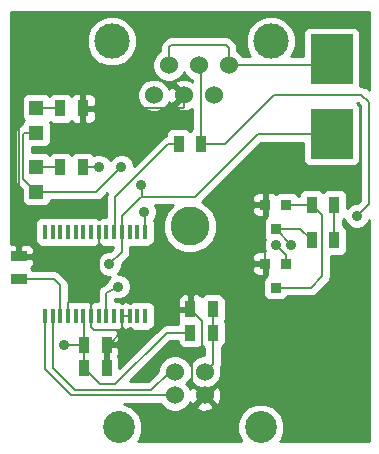
<source format=gtl>
G04 (created by PCBNEW-RS274X (2012-jan-04)-stable) date Sun 06 Jan 2013 10:44:23 PM EET*
G01*
G70*
G90*
%MOIN*%
G04 Gerber Fmt 3.4, Leading zero omitted, Abs format*
%FSLAX34Y34*%
G04 APERTURE LIST*
%ADD10C,0.006000*%
%ADD11C,0.060000*%
%ADD12C,0.106300*%
%ADD13C,0.129900*%
%ADD14R,0.016000X0.050000*%
%ADD15R,0.036000X0.036000*%
%ADD16R,0.035000X0.055000*%
%ADD17R,0.055000X0.035000*%
%ADD18C,0.118100*%
%ADD19R,0.047200X0.047200*%
%ADD20R,0.140000X0.165000*%
%ADD21C,0.035000*%
%ADD22C,0.008000*%
%ADD23C,0.010000*%
G04 APERTURE END LIST*
G54D10*
G54D11*
X06799Y-12324D03*
X05799Y-12324D03*
X05799Y-13111D03*
X06799Y-13111D03*
G54D12*
X08661Y-14174D03*
X03937Y-14174D03*
G54D13*
X06299Y-07481D03*
G54D14*
X04800Y-07655D03*
X04550Y-07655D03*
X04290Y-07655D03*
X04030Y-07655D03*
X03780Y-07655D03*
X03520Y-07655D03*
X03260Y-07655D03*
X03010Y-07655D03*
X02750Y-07655D03*
X02500Y-07655D03*
X02240Y-07655D03*
X01980Y-07655D03*
X01730Y-07655D03*
X01470Y-07655D03*
X01470Y-10455D03*
X01730Y-10455D03*
X01970Y-10455D03*
X02240Y-10455D03*
X02500Y-10455D03*
X02750Y-10455D03*
X03010Y-10455D03*
X03260Y-10455D03*
X03520Y-10455D03*
X03780Y-10455D03*
X04030Y-10455D03*
X04290Y-10455D03*
X04550Y-10455D03*
X04800Y-10455D03*
G54D15*
X08811Y-06750D03*
X09511Y-06750D03*
X09161Y-07550D03*
X08811Y-08718D03*
X09511Y-08718D03*
X09161Y-09518D03*
G54D16*
X02775Y-11418D03*
X03525Y-11418D03*
X06675Y-04725D03*
X05925Y-04725D03*
X11111Y-07937D03*
X10361Y-07937D03*
X01987Y-03544D03*
X02737Y-03544D03*
X11111Y-06756D03*
X10361Y-06756D03*
X01987Y-05512D03*
X02737Y-05512D03*
X07068Y-11024D03*
X06318Y-11024D03*
G54D17*
X00591Y-09233D03*
X00591Y-08483D03*
G54D16*
X06318Y-10237D03*
X07068Y-10237D03*
X02775Y-12205D03*
X03525Y-12205D03*
G54D11*
X06099Y-03106D03*
X07099Y-03106D03*
X05099Y-03106D03*
X07599Y-02106D03*
X06599Y-02106D03*
X05599Y-02106D03*
G54D18*
X03699Y-01306D03*
X08999Y-01306D03*
G54D19*
X01181Y-04350D03*
X01181Y-03524D03*
X01181Y-06319D03*
X01181Y-05493D03*
G54D20*
X11024Y-04400D03*
X11024Y-01900D03*
G54D21*
X03270Y-05488D03*
X03920Y-09488D03*
X04770Y-06988D03*
X09170Y-08088D03*
X09670Y-08088D03*
X11870Y-07138D03*
X04670Y-06088D03*
X04020Y-05488D03*
X02120Y-11438D03*
X03620Y-08738D03*
G54D22*
X03010Y-10455D02*
X03010Y-10828D01*
X02065Y-08483D02*
X02370Y-08788D01*
X03260Y-09598D02*
X03020Y-09838D01*
X03020Y-09888D02*
X02370Y-09888D01*
X02370Y-09888D02*
X02240Y-10018D01*
X02240Y-10018D02*
X02240Y-10455D01*
X03020Y-09888D02*
X03010Y-09898D01*
X04030Y-10978D02*
X04030Y-10455D01*
X03525Y-11418D02*
X03590Y-11418D01*
X03590Y-11418D02*
X04030Y-10978D01*
X03525Y-11418D02*
X03525Y-12205D01*
X08811Y-08718D02*
X06740Y-08718D01*
X06020Y-03544D02*
X02737Y-03544D01*
X05721Y-10237D02*
X04540Y-11418D01*
X06318Y-10237D02*
X05721Y-10237D01*
X04540Y-11418D02*
X03525Y-11418D01*
X03010Y-10828D02*
X03120Y-10938D01*
X02370Y-08788D02*
X02370Y-09888D01*
X03120Y-10938D02*
X04030Y-10938D01*
X04030Y-10938D02*
X04030Y-10455D01*
X06720Y-10639D02*
X06318Y-10237D01*
X06020Y-03544D02*
X06064Y-03544D01*
X06318Y-09140D02*
X06318Y-10237D01*
X06740Y-08718D02*
X06318Y-09140D01*
X00720Y-02788D02*
X02620Y-02788D01*
X00591Y-02917D02*
X00720Y-02788D01*
X00591Y-08483D02*
X00591Y-02917D01*
X02737Y-02905D02*
X02737Y-03544D01*
X02620Y-02788D02*
X02737Y-02905D01*
X03010Y-09898D02*
X03010Y-10455D01*
X06099Y-03509D02*
X06099Y-03106D01*
X06064Y-03544D02*
X06099Y-03509D01*
X08811Y-08718D02*
X08811Y-06750D01*
X03260Y-07655D02*
X03260Y-09598D01*
X06034Y-03544D02*
X06020Y-03544D01*
X04030Y-10455D02*
X04290Y-10455D01*
X06743Y-13111D02*
X06370Y-12738D01*
X06370Y-12738D02*
X06370Y-11838D01*
X00591Y-08483D02*
X02065Y-08483D01*
X06370Y-11838D02*
X06720Y-11488D01*
X06799Y-13111D02*
X06743Y-13111D01*
X06720Y-11488D02*
X06720Y-10639D01*
X07068Y-11024D02*
X07068Y-10237D01*
X07068Y-11024D02*
X07068Y-12055D01*
X07068Y-12055D02*
X06799Y-12324D01*
X01970Y-09438D02*
X01970Y-10455D01*
X00591Y-09233D02*
X01765Y-09233D01*
X01765Y-09233D02*
X01970Y-09438D01*
X03920Y-09488D02*
X03520Y-09688D01*
X03520Y-09688D02*
X03520Y-10455D01*
X03246Y-05512D02*
X03270Y-05488D01*
X02737Y-05512D02*
X03246Y-05512D01*
X03797Y-06511D02*
X03797Y-07655D01*
X03797Y-07655D02*
X03780Y-07655D01*
X05583Y-04725D02*
X03797Y-06511D01*
X05925Y-04725D02*
X05583Y-04725D01*
X04800Y-07018D02*
X04770Y-06988D01*
X09170Y-08088D02*
X09511Y-08429D01*
X09511Y-08429D02*
X09511Y-08718D01*
X04800Y-07655D02*
X04800Y-07018D01*
X05799Y-13111D02*
X02343Y-13111D01*
X01470Y-12238D02*
X01470Y-10455D01*
X02343Y-13111D02*
X01470Y-12238D01*
X01730Y-12198D02*
X01730Y-10455D01*
X05799Y-12324D02*
X05646Y-12324D01*
X02482Y-12938D02*
X01730Y-12198D01*
X05020Y-12938D02*
X02482Y-12938D01*
X05646Y-12324D02*
X05020Y-12938D01*
X07599Y-02106D02*
X10818Y-02106D01*
X05670Y-01438D02*
X07499Y-01438D01*
X05599Y-01509D02*
X05670Y-01438D01*
X07499Y-01438D02*
X07599Y-01538D01*
X10818Y-02106D02*
X11024Y-01900D01*
X07599Y-01538D02*
X07599Y-02106D01*
X05599Y-02106D02*
X05599Y-01509D01*
X10340Y-09518D02*
X10720Y-09138D01*
X10361Y-06756D02*
X09517Y-06756D01*
X10720Y-09138D02*
X10720Y-07115D01*
X10720Y-07115D02*
X10361Y-06756D01*
X09517Y-06756D02*
X09511Y-06750D01*
X09161Y-09518D02*
X10340Y-09518D01*
X11111Y-06756D02*
X11111Y-07937D01*
X01200Y-05512D02*
X01181Y-05493D01*
X01987Y-05512D02*
X01200Y-05512D01*
X09161Y-07579D02*
X09161Y-07550D01*
X09670Y-08088D02*
X09161Y-07579D01*
X09974Y-07550D02*
X10361Y-07937D01*
X12020Y-03088D02*
X12270Y-03338D01*
X12270Y-03338D02*
X12270Y-06738D01*
X07483Y-04725D02*
X09120Y-03088D01*
X09120Y-03088D02*
X12020Y-03088D01*
X06675Y-04725D02*
X07483Y-04725D01*
X06675Y-04725D02*
X06675Y-02182D01*
X12270Y-06738D02*
X11870Y-07138D01*
X09161Y-07550D02*
X09974Y-07550D01*
X06675Y-02182D02*
X06599Y-02106D01*
X01987Y-03544D02*
X01201Y-03544D01*
X01201Y-03544D02*
X01181Y-03524D01*
X04030Y-07655D02*
X04030Y-08328D01*
X04720Y-06138D02*
X04720Y-06488D01*
X04670Y-06088D02*
X04720Y-06138D01*
X02120Y-11438D02*
X02140Y-11418D01*
X01181Y-06319D02*
X03189Y-06319D01*
X04030Y-08328D02*
X03620Y-08738D01*
X04030Y-07128D02*
X04670Y-06488D01*
X02140Y-11418D02*
X02775Y-11418D01*
X04030Y-07655D02*
X04030Y-07128D01*
X04670Y-06488D02*
X04030Y-07128D01*
X06318Y-11024D02*
X05534Y-11024D01*
X00808Y-04350D02*
X00752Y-04406D01*
X08558Y-04400D02*
X06470Y-06488D01*
X03308Y-12738D02*
X02775Y-12205D01*
X06470Y-06488D02*
X04720Y-06488D01*
X02775Y-11418D02*
X02775Y-12205D01*
X00752Y-05890D02*
X01181Y-06319D01*
X02775Y-10480D02*
X02750Y-10455D01*
X02775Y-11418D02*
X02775Y-10480D01*
X03189Y-06319D02*
X04020Y-05488D01*
X03820Y-12738D02*
X03308Y-12738D01*
X11024Y-04400D02*
X08558Y-04400D01*
X05534Y-11024D02*
X03820Y-12738D01*
X00752Y-04406D02*
X00752Y-05890D01*
X04720Y-06488D02*
X04670Y-06488D01*
X01181Y-04350D02*
X00808Y-04350D01*
G54D10*
G36*
X06778Y-11775D02*
X06690Y-11775D01*
X06488Y-11859D01*
X06334Y-12013D01*
X06299Y-12097D01*
X06264Y-12013D01*
X06110Y-11859D01*
X05908Y-11775D01*
X05690Y-11775D01*
X05488Y-11859D01*
X05334Y-12013D01*
X05250Y-12215D01*
X05250Y-12306D01*
X04901Y-12648D01*
X04320Y-12648D01*
X05654Y-11314D01*
X05894Y-11314D01*
X05894Y-11348D01*
X05932Y-11440D01*
X06002Y-11510D01*
X06093Y-11548D01*
X06192Y-11548D01*
X06542Y-11548D01*
X06634Y-11510D01*
X06693Y-11451D01*
X06752Y-11510D01*
X06778Y-11520D01*
X06778Y-11775D01*
X06778Y-11775D01*
G37*
G54D23*
X06778Y-11775D02*
X06690Y-11775D01*
X06488Y-11859D01*
X06334Y-12013D01*
X06299Y-12097D01*
X06264Y-12013D01*
X06110Y-11859D01*
X05908Y-11775D01*
X05690Y-11775D01*
X05488Y-11859D01*
X05334Y-12013D01*
X05250Y-12215D01*
X05250Y-12306D01*
X04901Y-12648D01*
X04320Y-12648D01*
X05654Y-11314D01*
X05894Y-11314D01*
X05894Y-11348D01*
X05932Y-11440D01*
X06002Y-11510D01*
X06093Y-11548D01*
X06192Y-11548D01*
X06542Y-11548D01*
X06634Y-11510D01*
X06693Y-11451D01*
X06752Y-11510D01*
X06778Y-11520D01*
X06778Y-11775D01*
G54D10*
G36*
X12272Y-02930D02*
X12225Y-02883D01*
X12131Y-02820D01*
X12020Y-02798D01*
X11963Y-02798D01*
X11973Y-02775D01*
X11973Y-02676D01*
X11973Y-01026D01*
X11935Y-00934D01*
X11865Y-00864D01*
X11774Y-00826D01*
X11675Y-00826D01*
X10275Y-00826D01*
X10183Y-00864D01*
X10113Y-00934D01*
X10075Y-01025D01*
X10075Y-01124D01*
X10075Y-01816D01*
X09677Y-01816D01*
X09710Y-01783D01*
X09839Y-01474D01*
X09839Y-01140D01*
X09712Y-00831D01*
X09476Y-00595D01*
X09167Y-00466D01*
X08833Y-00466D01*
X08524Y-00593D01*
X08288Y-00829D01*
X08159Y-01138D01*
X08159Y-01472D01*
X08286Y-01781D01*
X08321Y-01816D01*
X08072Y-01816D01*
X08064Y-01795D01*
X07910Y-01641D01*
X07889Y-01632D01*
X07889Y-01538D01*
X07867Y-01427D01*
X07804Y-01333D01*
X07704Y-01233D01*
X07610Y-01170D01*
X07499Y-01148D01*
X05670Y-01148D01*
X05559Y-01170D01*
X05465Y-01233D01*
X05394Y-01304D01*
X05331Y-01398D01*
X05309Y-01509D01*
X05309Y-01632D01*
X05288Y-01641D01*
X05134Y-01795D01*
X05050Y-01997D01*
X05050Y-02215D01*
X05134Y-02417D01*
X05288Y-02571D01*
X05490Y-02655D01*
X05708Y-02655D01*
X05910Y-02571D01*
X06064Y-02417D01*
X06099Y-02332D01*
X06134Y-02417D01*
X06288Y-02571D01*
X06385Y-02611D01*
X06385Y-02651D01*
X06380Y-02634D01*
X06178Y-02563D01*
X05965Y-02574D01*
X05818Y-02634D01*
X05791Y-02728D01*
X06064Y-03000D01*
X06099Y-03035D01*
X06170Y-03106D01*
X06099Y-03177D01*
X06028Y-03247D01*
X06028Y-03106D01*
X05721Y-02798D01*
X05627Y-02825D01*
X05603Y-02890D01*
X05564Y-02795D01*
X05410Y-02641D01*
X05208Y-02557D01*
X04990Y-02557D01*
X04788Y-02641D01*
X04634Y-02795D01*
X04550Y-02997D01*
X04550Y-03215D01*
X04634Y-03417D01*
X04788Y-03571D01*
X04990Y-03655D01*
X05208Y-03655D01*
X05410Y-03571D01*
X05564Y-03417D01*
X05601Y-03325D01*
X05627Y-03387D01*
X05721Y-03414D01*
X06028Y-03106D01*
X06028Y-03247D01*
X05791Y-03484D01*
X05818Y-03578D01*
X06020Y-03649D01*
X06233Y-03638D01*
X06380Y-03578D01*
X06385Y-03560D01*
X06385Y-04228D01*
X06359Y-04239D01*
X06300Y-04298D01*
X06241Y-04239D01*
X06150Y-04201D01*
X06051Y-04201D01*
X05701Y-04201D01*
X05609Y-04239D01*
X05539Y-04309D01*
X05501Y-04400D01*
X05501Y-04451D01*
X05472Y-04457D01*
X05440Y-04478D01*
X05377Y-04520D01*
X04539Y-05358D01*
X04539Y-01474D01*
X04539Y-01140D01*
X04412Y-00831D01*
X04176Y-00595D01*
X03867Y-00466D01*
X03533Y-00466D01*
X03224Y-00593D01*
X02988Y-00829D01*
X02859Y-01138D01*
X02859Y-01472D01*
X02986Y-01781D01*
X03222Y-02017D01*
X03531Y-02146D01*
X03865Y-02146D01*
X04174Y-02019D01*
X04410Y-01783D01*
X04539Y-01474D01*
X04539Y-05358D01*
X04445Y-05452D01*
X04445Y-05404D01*
X04381Y-05248D01*
X04261Y-05128D01*
X04105Y-05063D01*
X03936Y-05063D01*
X03780Y-05127D01*
X03660Y-05247D01*
X03645Y-05282D01*
X03631Y-05248D01*
X03511Y-05128D01*
X03355Y-05063D01*
X03186Y-05063D01*
X03162Y-05072D01*
X03162Y-03656D01*
X03162Y-03432D01*
X03161Y-03318D01*
X03161Y-03219D01*
X03123Y-03128D01*
X03053Y-03058D01*
X02961Y-03020D01*
X02849Y-03019D01*
X02787Y-03081D01*
X02787Y-03494D01*
X03100Y-03494D01*
X03162Y-03432D01*
X03162Y-03656D01*
X03100Y-03594D01*
X02787Y-03594D01*
X02787Y-04007D01*
X02849Y-04069D01*
X02961Y-04068D01*
X03053Y-04030D01*
X03123Y-03960D01*
X03161Y-03869D01*
X03161Y-03770D01*
X03162Y-03656D01*
X03162Y-05072D01*
X03117Y-05090D01*
X03053Y-05026D01*
X02962Y-04988D01*
X02863Y-04988D01*
X02513Y-04988D01*
X02421Y-05026D01*
X02362Y-05085D01*
X02303Y-05026D01*
X02212Y-04988D01*
X02113Y-04988D01*
X01763Y-04988D01*
X01671Y-05026D01*
X01604Y-05092D01*
X01558Y-05046D01*
X01467Y-05008D01*
X01368Y-05008D01*
X01042Y-05008D01*
X01042Y-04835D01*
X01466Y-04835D01*
X01558Y-04797D01*
X01628Y-04727D01*
X01666Y-04636D01*
X01666Y-04537D01*
X01666Y-04065D01*
X01637Y-03996D01*
X01671Y-04030D01*
X01762Y-04068D01*
X01861Y-04068D01*
X02211Y-04068D01*
X02303Y-04030D01*
X02362Y-03971D01*
X02421Y-04030D01*
X02513Y-04068D01*
X02625Y-04069D01*
X02687Y-04007D01*
X02687Y-03644D01*
X02687Y-03594D01*
X02687Y-03494D01*
X02687Y-03444D01*
X02687Y-03081D01*
X02625Y-03019D01*
X02513Y-03020D01*
X02421Y-03058D01*
X02362Y-03117D01*
X02303Y-03058D01*
X02212Y-03020D01*
X02113Y-03020D01*
X01763Y-03020D01*
X01671Y-03058D01*
X01605Y-03124D01*
X01558Y-03077D01*
X01467Y-03039D01*
X01368Y-03039D01*
X00896Y-03039D01*
X00804Y-03077D01*
X00734Y-03147D01*
X00696Y-03238D01*
X00696Y-03337D01*
X00696Y-03809D01*
X00734Y-03901D01*
X00770Y-03937D01*
X00734Y-03973D01*
X00696Y-04064D01*
X00696Y-04082D01*
X00603Y-04145D01*
X00547Y-04201D01*
X00484Y-04295D01*
X00462Y-04406D01*
X00462Y-05890D01*
X00484Y-06001D01*
X00547Y-06095D01*
X00696Y-06244D01*
X00696Y-06604D01*
X00734Y-06696D01*
X00804Y-06766D01*
X00895Y-06804D01*
X00994Y-06804D01*
X01466Y-06804D01*
X01558Y-06766D01*
X01628Y-06696D01*
X01664Y-06609D01*
X03189Y-06609D01*
X03300Y-06587D01*
X03394Y-06524D01*
X03551Y-06366D01*
X03529Y-06400D01*
X03507Y-06511D01*
X03507Y-07156D01*
X03391Y-07156D01*
X03390Y-07156D01*
X03389Y-07156D01*
X03362Y-07155D01*
X03339Y-07177D01*
X03299Y-07194D01*
X03265Y-07228D01*
X03231Y-07194D01*
X03172Y-07169D01*
X03158Y-07155D01*
X03131Y-07156D01*
X03041Y-07156D01*
X02881Y-07156D01*
X02880Y-07156D01*
X02781Y-07156D01*
X02630Y-07156D01*
X02621Y-07156D01*
X02531Y-07156D01*
X02371Y-07156D01*
X02370Y-07156D01*
X02271Y-07156D01*
X02111Y-07156D01*
X02110Y-07156D01*
X02011Y-07156D01*
X01860Y-07156D01*
X01851Y-07156D01*
X01761Y-07156D01*
X01601Y-07156D01*
X01600Y-07156D01*
X01501Y-07156D01*
X01341Y-07156D01*
X01249Y-07194D01*
X01179Y-07264D01*
X01141Y-07355D01*
X01141Y-07454D01*
X01141Y-07954D01*
X01179Y-08046D01*
X01249Y-08116D01*
X01340Y-08154D01*
X01439Y-08154D01*
X01599Y-08154D01*
X01599Y-08153D01*
X01600Y-08154D01*
X01699Y-08154D01*
X01850Y-08154D01*
X01859Y-08154D01*
X01949Y-08154D01*
X02109Y-08154D01*
X02109Y-08153D01*
X02110Y-08154D01*
X02209Y-08154D01*
X02369Y-08154D01*
X02369Y-08153D01*
X02370Y-08154D01*
X02469Y-08154D01*
X02620Y-08154D01*
X02629Y-08154D01*
X02719Y-08154D01*
X02879Y-08154D01*
X02879Y-08153D01*
X02880Y-08154D01*
X02979Y-08154D01*
X03131Y-08154D01*
X03139Y-08154D01*
X03158Y-08155D01*
X03173Y-08139D01*
X03231Y-08116D01*
X03265Y-08082D01*
X03299Y-08116D01*
X03340Y-08133D01*
X03362Y-08155D01*
X03389Y-08154D01*
X03389Y-08153D01*
X03390Y-08154D01*
X03489Y-08154D01*
X03649Y-08154D01*
X03649Y-08153D01*
X03650Y-08154D01*
X03740Y-08154D01*
X03740Y-08208D01*
X03635Y-08313D01*
X03536Y-08313D01*
X03380Y-08377D01*
X03260Y-08497D01*
X03195Y-08653D01*
X03195Y-08822D01*
X03259Y-08978D01*
X03379Y-09098D01*
X03535Y-09163D01*
X03644Y-09163D01*
X03560Y-09247D01*
X03508Y-09369D01*
X03390Y-09429D01*
X03354Y-09456D01*
X03315Y-09483D01*
X03309Y-09491D01*
X03301Y-09498D01*
X03278Y-09537D01*
X03252Y-09577D01*
X03249Y-09587D01*
X03245Y-09596D01*
X03239Y-09639D01*
X03230Y-09688D01*
X03230Y-09956D01*
X03139Y-09956D01*
X03112Y-09955D01*
X03096Y-09970D01*
X03039Y-09994D01*
X03005Y-10028D01*
X02971Y-09994D01*
X02929Y-09976D01*
X02908Y-09955D01*
X02881Y-09956D01*
X02880Y-09956D01*
X02781Y-09956D01*
X02630Y-09956D01*
X02621Y-09956D01*
X02531Y-09956D01*
X02371Y-09956D01*
X02370Y-09956D01*
X02369Y-09956D01*
X02342Y-09955D01*
X02340Y-09955D01*
X02260Y-09955D01*
X02260Y-09438D01*
X02259Y-09437D01*
X02238Y-09327D01*
X02237Y-09326D01*
X02175Y-09233D01*
X02174Y-09232D01*
X01970Y-09028D01*
X01876Y-08965D01*
X01765Y-08943D01*
X01087Y-08943D01*
X01077Y-08917D01*
X01018Y-08858D01*
X01077Y-08799D01*
X01115Y-08707D01*
X01116Y-08595D01*
X01116Y-08371D01*
X01115Y-08259D01*
X01077Y-08167D01*
X01007Y-08097D01*
X00916Y-08059D01*
X00817Y-08059D01*
X00703Y-08058D01*
X00641Y-08120D01*
X00641Y-08433D01*
X01054Y-08433D01*
X01116Y-08371D01*
X01116Y-08595D01*
X01054Y-08533D01*
X00691Y-08533D01*
X00641Y-08533D01*
X00541Y-08533D01*
X00541Y-08433D01*
X00541Y-08383D01*
X00541Y-08120D01*
X00479Y-08058D01*
X00365Y-08059D01*
X00324Y-08059D01*
X00324Y-00324D01*
X12272Y-00324D01*
X12272Y-02930D01*
X12272Y-02930D01*
G37*
G54D23*
X12272Y-02930D02*
X12225Y-02883D01*
X12131Y-02820D01*
X12020Y-02798D01*
X11963Y-02798D01*
X11973Y-02775D01*
X11973Y-02676D01*
X11973Y-01026D01*
X11935Y-00934D01*
X11865Y-00864D01*
X11774Y-00826D01*
X11675Y-00826D01*
X10275Y-00826D01*
X10183Y-00864D01*
X10113Y-00934D01*
X10075Y-01025D01*
X10075Y-01124D01*
X10075Y-01816D01*
X09677Y-01816D01*
X09710Y-01783D01*
X09839Y-01474D01*
X09839Y-01140D01*
X09712Y-00831D01*
X09476Y-00595D01*
X09167Y-00466D01*
X08833Y-00466D01*
X08524Y-00593D01*
X08288Y-00829D01*
X08159Y-01138D01*
X08159Y-01472D01*
X08286Y-01781D01*
X08321Y-01816D01*
X08072Y-01816D01*
X08064Y-01795D01*
X07910Y-01641D01*
X07889Y-01632D01*
X07889Y-01538D01*
X07867Y-01427D01*
X07804Y-01333D01*
X07704Y-01233D01*
X07610Y-01170D01*
X07499Y-01148D01*
X05670Y-01148D01*
X05559Y-01170D01*
X05465Y-01233D01*
X05394Y-01304D01*
X05331Y-01398D01*
X05309Y-01509D01*
X05309Y-01632D01*
X05288Y-01641D01*
X05134Y-01795D01*
X05050Y-01997D01*
X05050Y-02215D01*
X05134Y-02417D01*
X05288Y-02571D01*
X05490Y-02655D01*
X05708Y-02655D01*
X05910Y-02571D01*
X06064Y-02417D01*
X06099Y-02332D01*
X06134Y-02417D01*
X06288Y-02571D01*
X06385Y-02611D01*
X06385Y-02651D01*
X06380Y-02634D01*
X06178Y-02563D01*
X05965Y-02574D01*
X05818Y-02634D01*
X05791Y-02728D01*
X06064Y-03000D01*
X06099Y-03035D01*
X06170Y-03106D01*
X06099Y-03177D01*
X06028Y-03247D01*
X06028Y-03106D01*
X05721Y-02798D01*
X05627Y-02825D01*
X05603Y-02890D01*
X05564Y-02795D01*
X05410Y-02641D01*
X05208Y-02557D01*
X04990Y-02557D01*
X04788Y-02641D01*
X04634Y-02795D01*
X04550Y-02997D01*
X04550Y-03215D01*
X04634Y-03417D01*
X04788Y-03571D01*
X04990Y-03655D01*
X05208Y-03655D01*
X05410Y-03571D01*
X05564Y-03417D01*
X05601Y-03325D01*
X05627Y-03387D01*
X05721Y-03414D01*
X06028Y-03106D01*
X06028Y-03247D01*
X05791Y-03484D01*
X05818Y-03578D01*
X06020Y-03649D01*
X06233Y-03638D01*
X06380Y-03578D01*
X06385Y-03560D01*
X06385Y-04228D01*
X06359Y-04239D01*
X06300Y-04298D01*
X06241Y-04239D01*
X06150Y-04201D01*
X06051Y-04201D01*
X05701Y-04201D01*
X05609Y-04239D01*
X05539Y-04309D01*
X05501Y-04400D01*
X05501Y-04451D01*
X05472Y-04457D01*
X05440Y-04478D01*
X05377Y-04520D01*
X04539Y-05358D01*
X04539Y-01474D01*
X04539Y-01140D01*
X04412Y-00831D01*
X04176Y-00595D01*
X03867Y-00466D01*
X03533Y-00466D01*
X03224Y-00593D01*
X02988Y-00829D01*
X02859Y-01138D01*
X02859Y-01472D01*
X02986Y-01781D01*
X03222Y-02017D01*
X03531Y-02146D01*
X03865Y-02146D01*
X04174Y-02019D01*
X04410Y-01783D01*
X04539Y-01474D01*
X04539Y-05358D01*
X04445Y-05452D01*
X04445Y-05404D01*
X04381Y-05248D01*
X04261Y-05128D01*
X04105Y-05063D01*
X03936Y-05063D01*
X03780Y-05127D01*
X03660Y-05247D01*
X03645Y-05282D01*
X03631Y-05248D01*
X03511Y-05128D01*
X03355Y-05063D01*
X03186Y-05063D01*
X03162Y-05072D01*
X03162Y-03656D01*
X03162Y-03432D01*
X03161Y-03318D01*
X03161Y-03219D01*
X03123Y-03128D01*
X03053Y-03058D01*
X02961Y-03020D01*
X02849Y-03019D01*
X02787Y-03081D01*
X02787Y-03494D01*
X03100Y-03494D01*
X03162Y-03432D01*
X03162Y-03656D01*
X03100Y-03594D01*
X02787Y-03594D01*
X02787Y-04007D01*
X02849Y-04069D01*
X02961Y-04068D01*
X03053Y-04030D01*
X03123Y-03960D01*
X03161Y-03869D01*
X03161Y-03770D01*
X03162Y-03656D01*
X03162Y-05072D01*
X03117Y-05090D01*
X03053Y-05026D01*
X02962Y-04988D01*
X02863Y-04988D01*
X02513Y-04988D01*
X02421Y-05026D01*
X02362Y-05085D01*
X02303Y-05026D01*
X02212Y-04988D01*
X02113Y-04988D01*
X01763Y-04988D01*
X01671Y-05026D01*
X01604Y-05092D01*
X01558Y-05046D01*
X01467Y-05008D01*
X01368Y-05008D01*
X01042Y-05008D01*
X01042Y-04835D01*
X01466Y-04835D01*
X01558Y-04797D01*
X01628Y-04727D01*
X01666Y-04636D01*
X01666Y-04537D01*
X01666Y-04065D01*
X01637Y-03996D01*
X01671Y-04030D01*
X01762Y-04068D01*
X01861Y-04068D01*
X02211Y-04068D01*
X02303Y-04030D01*
X02362Y-03971D01*
X02421Y-04030D01*
X02513Y-04068D01*
X02625Y-04069D01*
X02687Y-04007D01*
X02687Y-03644D01*
X02687Y-03594D01*
X02687Y-03494D01*
X02687Y-03444D01*
X02687Y-03081D01*
X02625Y-03019D01*
X02513Y-03020D01*
X02421Y-03058D01*
X02362Y-03117D01*
X02303Y-03058D01*
X02212Y-03020D01*
X02113Y-03020D01*
X01763Y-03020D01*
X01671Y-03058D01*
X01605Y-03124D01*
X01558Y-03077D01*
X01467Y-03039D01*
X01368Y-03039D01*
X00896Y-03039D01*
X00804Y-03077D01*
X00734Y-03147D01*
X00696Y-03238D01*
X00696Y-03337D01*
X00696Y-03809D01*
X00734Y-03901D01*
X00770Y-03937D01*
X00734Y-03973D01*
X00696Y-04064D01*
X00696Y-04082D01*
X00603Y-04145D01*
X00547Y-04201D01*
X00484Y-04295D01*
X00462Y-04406D01*
X00462Y-05890D01*
X00484Y-06001D01*
X00547Y-06095D01*
X00696Y-06244D01*
X00696Y-06604D01*
X00734Y-06696D01*
X00804Y-06766D01*
X00895Y-06804D01*
X00994Y-06804D01*
X01466Y-06804D01*
X01558Y-06766D01*
X01628Y-06696D01*
X01664Y-06609D01*
X03189Y-06609D01*
X03300Y-06587D01*
X03394Y-06524D01*
X03551Y-06366D01*
X03529Y-06400D01*
X03507Y-06511D01*
X03507Y-07156D01*
X03391Y-07156D01*
X03390Y-07156D01*
X03389Y-07156D01*
X03362Y-07155D01*
X03339Y-07177D01*
X03299Y-07194D01*
X03265Y-07228D01*
X03231Y-07194D01*
X03172Y-07169D01*
X03158Y-07155D01*
X03131Y-07156D01*
X03041Y-07156D01*
X02881Y-07156D01*
X02880Y-07156D01*
X02781Y-07156D01*
X02630Y-07156D01*
X02621Y-07156D01*
X02531Y-07156D01*
X02371Y-07156D01*
X02370Y-07156D01*
X02271Y-07156D01*
X02111Y-07156D01*
X02110Y-07156D01*
X02011Y-07156D01*
X01860Y-07156D01*
X01851Y-07156D01*
X01761Y-07156D01*
X01601Y-07156D01*
X01600Y-07156D01*
X01501Y-07156D01*
X01341Y-07156D01*
X01249Y-07194D01*
X01179Y-07264D01*
X01141Y-07355D01*
X01141Y-07454D01*
X01141Y-07954D01*
X01179Y-08046D01*
X01249Y-08116D01*
X01340Y-08154D01*
X01439Y-08154D01*
X01599Y-08154D01*
X01599Y-08153D01*
X01600Y-08154D01*
X01699Y-08154D01*
X01850Y-08154D01*
X01859Y-08154D01*
X01949Y-08154D01*
X02109Y-08154D01*
X02109Y-08153D01*
X02110Y-08154D01*
X02209Y-08154D01*
X02369Y-08154D01*
X02369Y-08153D01*
X02370Y-08154D01*
X02469Y-08154D01*
X02620Y-08154D01*
X02629Y-08154D01*
X02719Y-08154D01*
X02879Y-08154D01*
X02879Y-08153D01*
X02880Y-08154D01*
X02979Y-08154D01*
X03131Y-08154D01*
X03139Y-08154D01*
X03158Y-08155D01*
X03173Y-08139D01*
X03231Y-08116D01*
X03265Y-08082D01*
X03299Y-08116D01*
X03340Y-08133D01*
X03362Y-08155D01*
X03389Y-08154D01*
X03389Y-08153D01*
X03390Y-08154D01*
X03489Y-08154D01*
X03649Y-08154D01*
X03649Y-08153D01*
X03650Y-08154D01*
X03740Y-08154D01*
X03740Y-08208D01*
X03635Y-08313D01*
X03536Y-08313D01*
X03380Y-08377D01*
X03260Y-08497D01*
X03195Y-08653D01*
X03195Y-08822D01*
X03259Y-08978D01*
X03379Y-09098D01*
X03535Y-09163D01*
X03644Y-09163D01*
X03560Y-09247D01*
X03508Y-09369D01*
X03390Y-09429D01*
X03354Y-09456D01*
X03315Y-09483D01*
X03309Y-09491D01*
X03301Y-09498D01*
X03278Y-09537D01*
X03252Y-09577D01*
X03249Y-09587D01*
X03245Y-09596D01*
X03239Y-09639D01*
X03230Y-09688D01*
X03230Y-09956D01*
X03139Y-09956D01*
X03112Y-09955D01*
X03096Y-09970D01*
X03039Y-09994D01*
X03005Y-10028D01*
X02971Y-09994D01*
X02929Y-09976D01*
X02908Y-09955D01*
X02881Y-09956D01*
X02880Y-09956D01*
X02781Y-09956D01*
X02630Y-09956D01*
X02621Y-09956D01*
X02531Y-09956D01*
X02371Y-09956D01*
X02370Y-09956D01*
X02369Y-09956D01*
X02342Y-09955D01*
X02340Y-09955D01*
X02260Y-09955D01*
X02260Y-09438D01*
X02259Y-09437D01*
X02238Y-09327D01*
X02237Y-09326D01*
X02175Y-09233D01*
X02174Y-09232D01*
X01970Y-09028D01*
X01876Y-08965D01*
X01765Y-08943D01*
X01087Y-08943D01*
X01077Y-08917D01*
X01018Y-08858D01*
X01077Y-08799D01*
X01115Y-08707D01*
X01116Y-08595D01*
X01116Y-08371D01*
X01115Y-08259D01*
X01077Y-08167D01*
X01007Y-08097D01*
X00916Y-08059D01*
X00817Y-08059D01*
X00703Y-08058D01*
X00641Y-08120D01*
X00641Y-08433D01*
X01054Y-08433D01*
X01116Y-08371D01*
X01116Y-08595D01*
X01054Y-08533D01*
X00691Y-08533D01*
X00641Y-08533D01*
X00541Y-08533D01*
X00541Y-08433D01*
X00541Y-08383D01*
X00541Y-08120D01*
X00479Y-08058D01*
X00365Y-08059D01*
X00324Y-08059D01*
X00324Y-00324D01*
X12272Y-00324D01*
X12272Y-02930D01*
G54D10*
G36*
X12272Y-14635D02*
X09304Y-14635D01*
X09323Y-14617D01*
X09442Y-14330D01*
X09442Y-14019D01*
X09323Y-13732D01*
X09104Y-13512D01*
X08817Y-13393D01*
X08506Y-13393D01*
X08219Y-13512D01*
X07999Y-13731D01*
X07880Y-14018D01*
X07880Y-14329D01*
X07999Y-14616D01*
X08017Y-14635D01*
X07342Y-14635D01*
X07342Y-13190D01*
X07331Y-12977D01*
X07271Y-12830D01*
X07177Y-12803D01*
X06870Y-13111D01*
X07177Y-13419D01*
X07271Y-13392D01*
X07342Y-13190D01*
X07342Y-14635D01*
X07107Y-14635D01*
X07107Y-13489D01*
X06799Y-13182D01*
X06491Y-13489D01*
X06518Y-13583D01*
X06720Y-13654D01*
X06933Y-13643D01*
X07080Y-13583D01*
X07107Y-13489D01*
X07107Y-14635D01*
X04580Y-14635D01*
X04599Y-14617D01*
X04718Y-14330D01*
X04718Y-14019D01*
X04599Y-13732D01*
X04380Y-13512D01*
X04112Y-13401D01*
X05325Y-13401D01*
X05334Y-13422D01*
X05488Y-13576D01*
X05690Y-13660D01*
X05908Y-13660D01*
X06110Y-13576D01*
X06264Y-13422D01*
X06301Y-13330D01*
X06327Y-13392D01*
X06421Y-13419D01*
X06728Y-13111D01*
X06421Y-12803D01*
X06327Y-12830D01*
X06303Y-12895D01*
X06264Y-12800D01*
X06181Y-12717D01*
X06264Y-12635D01*
X06299Y-12550D01*
X06334Y-12635D01*
X06488Y-12789D01*
X06589Y-12831D01*
X06799Y-13040D01*
X07008Y-12831D01*
X07110Y-12789D01*
X07264Y-12635D01*
X07348Y-12433D01*
X07348Y-12215D01*
X07330Y-12173D01*
X07336Y-12166D01*
X07358Y-12055D01*
X07358Y-11520D01*
X07384Y-11510D01*
X07454Y-11440D01*
X07492Y-11349D01*
X07492Y-11250D01*
X07492Y-10700D01*
X07463Y-10630D01*
X07492Y-10562D01*
X07492Y-10463D01*
X07492Y-09913D01*
X07454Y-09821D01*
X07384Y-09751D01*
X07293Y-09713D01*
X07194Y-09713D01*
X06844Y-09713D01*
X06752Y-09751D01*
X06693Y-09810D01*
X06634Y-09751D01*
X06542Y-09713D01*
X06430Y-09712D01*
X06368Y-09774D01*
X06368Y-10137D01*
X06368Y-10187D01*
X06368Y-10287D01*
X06268Y-10287D01*
X06268Y-10187D01*
X06268Y-09774D01*
X06206Y-09712D01*
X06094Y-09713D01*
X06002Y-09751D01*
X05932Y-09821D01*
X05894Y-09912D01*
X05894Y-10011D01*
X05893Y-10125D01*
X05955Y-10187D01*
X06268Y-10187D01*
X06268Y-10287D01*
X06218Y-10287D01*
X05955Y-10287D01*
X05893Y-10349D01*
X05894Y-10463D01*
X05894Y-10562D01*
X05922Y-10630D01*
X05894Y-10699D01*
X05894Y-10734D01*
X05534Y-10734D01*
X05423Y-10756D01*
X05329Y-10819D01*
X05328Y-10819D01*
X05328Y-10820D01*
X03950Y-12197D01*
X03950Y-12105D01*
X03938Y-12105D01*
X03950Y-12093D01*
X03949Y-11979D01*
X03949Y-11880D01*
X03920Y-11811D01*
X03949Y-11743D01*
X03949Y-11644D01*
X03950Y-11530D01*
X03888Y-11468D01*
X03575Y-11468D01*
X03575Y-11742D01*
X03575Y-11881D01*
X03575Y-12105D01*
X03575Y-12155D01*
X03575Y-12255D01*
X03475Y-12255D01*
X03475Y-12155D01*
X03475Y-12105D01*
X03475Y-11881D01*
X03475Y-11742D01*
X03475Y-11518D01*
X03475Y-11468D01*
X03475Y-11368D01*
X03575Y-11368D01*
X03625Y-11368D01*
X03888Y-11368D01*
X03950Y-11306D01*
X03949Y-11192D01*
X03949Y-11093D01*
X03911Y-11002D01*
X03863Y-10954D01*
X03901Y-10954D01*
X03909Y-10954D01*
X03928Y-10955D01*
X03943Y-10939D01*
X04001Y-10916D01*
X04035Y-10882D01*
X04069Y-10916D01*
X04109Y-10932D01*
X04132Y-10955D01*
X04159Y-10954D01*
X04160Y-10953D01*
X04161Y-10954D01*
X04188Y-10955D01*
X04210Y-10932D01*
X04251Y-10916D01*
X04290Y-10877D01*
X04329Y-10916D01*
X04370Y-10933D01*
X04392Y-10955D01*
X04419Y-10954D01*
X04419Y-10953D01*
X04420Y-10954D01*
X04519Y-10954D01*
X04670Y-10954D01*
X04679Y-10954D01*
X04769Y-10954D01*
X04929Y-10954D01*
X05021Y-10916D01*
X05091Y-10846D01*
X05129Y-10755D01*
X05129Y-10656D01*
X05129Y-10156D01*
X05091Y-10064D01*
X05021Y-09994D01*
X04930Y-09956D01*
X04831Y-09956D01*
X04680Y-09956D01*
X04671Y-09956D01*
X04581Y-09956D01*
X04421Y-09956D01*
X04420Y-09956D01*
X04419Y-09956D01*
X04392Y-09955D01*
X04369Y-09977D01*
X04329Y-09994D01*
X04290Y-10033D01*
X04251Y-09994D01*
X04210Y-09977D01*
X04188Y-09955D01*
X04161Y-09956D01*
X04160Y-09956D01*
X04159Y-09956D01*
X04132Y-09955D01*
X04109Y-09977D01*
X04069Y-09994D01*
X04035Y-10028D01*
X04001Y-09994D01*
X03942Y-09969D01*
X03928Y-09955D01*
X03901Y-09956D01*
X03811Y-09956D01*
X03810Y-09956D01*
X03810Y-09902D01*
X03835Y-09913D01*
X04004Y-09913D01*
X04160Y-09849D01*
X04280Y-09729D01*
X04345Y-09573D01*
X04345Y-09404D01*
X04281Y-09248D01*
X04161Y-09128D01*
X04005Y-09063D01*
X03896Y-09063D01*
X03980Y-08979D01*
X04045Y-08823D01*
X04045Y-08723D01*
X04234Y-08534D01*
X04234Y-08533D01*
X04235Y-08533D01*
X04297Y-08440D01*
X04298Y-08439D01*
X04319Y-08329D01*
X04320Y-08328D01*
X04320Y-08154D01*
X04419Y-08154D01*
X04419Y-08153D01*
X04420Y-08154D01*
X04519Y-08154D01*
X04670Y-08154D01*
X04679Y-08154D01*
X04769Y-08154D01*
X04929Y-08154D01*
X05021Y-08116D01*
X05091Y-08046D01*
X05129Y-07955D01*
X05129Y-07856D01*
X05129Y-07356D01*
X05092Y-07266D01*
X05130Y-07229D01*
X05195Y-07073D01*
X05195Y-06904D01*
X05143Y-06778D01*
X05731Y-06778D01*
X05537Y-06971D01*
X05400Y-07301D01*
X05400Y-07659D01*
X05537Y-07989D01*
X05789Y-08243D01*
X06119Y-08380D01*
X06477Y-08380D01*
X06807Y-08243D01*
X07061Y-07991D01*
X07198Y-07661D01*
X07198Y-07303D01*
X07061Y-06973D01*
X06809Y-06719D01*
X06695Y-06672D01*
X08678Y-04690D01*
X10075Y-04690D01*
X10075Y-05274D01*
X10113Y-05366D01*
X10183Y-05436D01*
X10274Y-05474D01*
X10373Y-05474D01*
X11773Y-05474D01*
X11865Y-05436D01*
X11935Y-05366D01*
X11973Y-05275D01*
X11973Y-05176D01*
X11973Y-03526D01*
X11935Y-03434D01*
X11879Y-03378D01*
X11900Y-03378D01*
X11980Y-03458D01*
X11980Y-06617D01*
X11884Y-06713D01*
X11786Y-06713D01*
X11630Y-06777D01*
X11535Y-06872D01*
X11535Y-06432D01*
X11497Y-06340D01*
X11427Y-06270D01*
X11336Y-06232D01*
X11237Y-06232D01*
X10887Y-06232D01*
X10795Y-06270D01*
X10736Y-06329D01*
X10677Y-06270D01*
X10586Y-06232D01*
X10487Y-06232D01*
X10137Y-06232D01*
X10045Y-06270D01*
X09975Y-06340D01*
X09937Y-06431D01*
X09937Y-06466D01*
X09917Y-06466D01*
X09902Y-06429D01*
X09832Y-06359D01*
X09741Y-06321D01*
X09642Y-06321D01*
X09282Y-06321D01*
X09190Y-06359D01*
X09161Y-06388D01*
X09132Y-06359D01*
X09040Y-06321D01*
X08923Y-06320D01*
X08861Y-06382D01*
X08861Y-06650D01*
X08861Y-06700D01*
X08861Y-06800D01*
X08861Y-06850D01*
X08861Y-07118D01*
X08883Y-07140D01*
X08840Y-07159D01*
X08770Y-07229D01*
X08761Y-07250D01*
X08761Y-07118D01*
X08761Y-06800D01*
X08761Y-06700D01*
X08761Y-06382D01*
X08699Y-06320D01*
X08582Y-06321D01*
X08490Y-06359D01*
X08420Y-06429D01*
X08382Y-06520D01*
X08382Y-06619D01*
X08381Y-06638D01*
X08443Y-06700D01*
X08761Y-06700D01*
X08761Y-06800D01*
X08443Y-06800D01*
X08381Y-06862D01*
X08382Y-06881D01*
X08382Y-06980D01*
X08420Y-07071D01*
X08490Y-07141D01*
X08582Y-07179D01*
X08699Y-07180D01*
X08761Y-07118D01*
X08761Y-07250D01*
X08732Y-07320D01*
X08732Y-07419D01*
X08732Y-07779D01*
X08770Y-07871D01*
X08791Y-07892D01*
X08745Y-08003D01*
X08745Y-08172D01*
X08792Y-08288D01*
X08711Y-08288D01*
X08711Y-08300D01*
X08699Y-08288D01*
X08582Y-08289D01*
X08490Y-08327D01*
X08420Y-08397D01*
X08382Y-08488D01*
X08382Y-08587D01*
X08381Y-08606D01*
X08443Y-08668D01*
X08711Y-08668D01*
X08761Y-08668D01*
X08861Y-08668D01*
X08861Y-08768D01*
X08861Y-08818D01*
X08861Y-09086D01*
X08883Y-09108D01*
X08840Y-09127D01*
X08770Y-09197D01*
X08761Y-09218D01*
X08761Y-09086D01*
X08761Y-08768D01*
X08443Y-08768D01*
X08381Y-08830D01*
X08382Y-08849D01*
X08382Y-08948D01*
X08420Y-09039D01*
X08490Y-09109D01*
X08582Y-09147D01*
X08699Y-09148D01*
X08761Y-09086D01*
X08761Y-09218D01*
X08732Y-09288D01*
X08732Y-09387D01*
X08732Y-09747D01*
X08770Y-09839D01*
X08840Y-09909D01*
X08931Y-09947D01*
X09030Y-09947D01*
X09390Y-09947D01*
X09482Y-09909D01*
X09552Y-09839D01*
X09564Y-09808D01*
X10340Y-09808D01*
X10451Y-09786D01*
X10545Y-09723D01*
X10925Y-09343D01*
X10988Y-09249D01*
X11010Y-09138D01*
X11010Y-08461D01*
X11335Y-08461D01*
X11427Y-08423D01*
X11497Y-08353D01*
X11535Y-08262D01*
X11535Y-08163D01*
X11535Y-07613D01*
X11497Y-07521D01*
X11427Y-07451D01*
X11401Y-07440D01*
X11401Y-07252D01*
X11427Y-07242D01*
X11445Y-07223D01*
X11509Y-07378D01*
X11629Y-07498D01*
X11785Y-07563D01*
X11954Y-07563D01*
X12110Y-07499D01*
X12230Y-07379D01*
X12272Y-07278D01*
X12272Y-14635D01*
X12272Y-14635D01*
G37*
G54D23*
X12272Y-14635D02*
X09304Y-14635D01*
X09323Y-14617D01*
X09442Y-14330D01*
X09442Y-14019D01*
X09323Y-13732D01*
X09104Y-13512D01*
X08817Y-13393D01*
X08506Y-13393D01*
X08219Y-13512D01*
X07999Y-13731D01*
X07880Y-14018D01*
X07880Y-14329D01*
X07999Y-14616D01*
X08017Y-14635D01*
X07342Y-14635D01*
X07342Y-13190D01*
X07331Y-12977D01*
X07271Y-12830D01*
X07177Y-12803D01*
X06870Y-13111D01*
X07177Y-13419D01*
X07271Y-13392D01*
X07342Y-13190D01*
X07342Y-14635D01*
X07107Y-14635D01*
X07107Y-13489D01*
X06799Y-13182D01*
X06491Y-13489D01*
X06518Y-13583D01*
X06720Y-13654D01*
X06933Y-13643D01*
X07080Y-13583D01*
X07107Y-13489D01*
X07107Y-14635D01*
X04580Y-14635D01*
X04599Y-14617D01*
X04718Y-14330D01*
X04718Y-14019D01*
X04599Y-13732D01*
X04380Y-13512D01*
X04112Y-13401D01*
X05325Y-13401D01*
X05334Y-13422D01*
X05488Y-13576D01*
X05690Y-13660D01*
X05908Y-13660D01*
X06110Y-13576D01*
X06264Y-13422D01*
X06301Y-13330D01*
X06327Y-13392D01*
X06421Y-13419D01*
X06728Y-13111D01*
X06421Y-12803D01*
X06327Y-12830D01*
X06303Y-12895D01*
X06264Y-12800D01*
X06181Y-12717D01*
X06264Y-12635D01*
X06299Y-12550D01*
X06334Y-12635D01*
X06488Y-12789D01*
X06589Y-12831D01*
X06799Y-13040D01*
X07008Y-12831D01*
X07110Y-12789D01*
X07264Y-12635D01*
X07348Y-12433D01*
X07348Y-12215D01*
X07330Y-12173D01*
X07336Y-12166D01*
X07358Y-12055D01*
X07358Y-11520D01*
X07384Y-11510D01*
X07454Y-11440D01*
X07492Y-11349D01*
X07492Y-11250D01*
X07492Y-10700D01*
X07463Y-10630D01*
X07492Y-10562D01*
X07492Y-10463D01*
X07492Y-09913D01*
X07454Y-09821D01*
X07384Y-09751D01*
X07293Y-09713D01*
X07194Y-09713D01*
X06844Y-09713D01*
X06752Y-09751D01*
X06693Y-09810D01*
X06634Y-09751D01*
X06542Y-09713D01*
X06430Y-09712D01*
X06368Y-09774D01*
X06368Y-10137D01*
X06368Y-10187D01*
X06368Y-10287D01*
X06268Y-10287D01*
X06268Y-10187D01*
X06268Y-09774D01*
X06206Y-09712D01*
X06094Y-09713D01*
X06002Y-09751D01*
X05932Y-09821D01*
X05894Y-09912D01*
X05894Y-10011D01*
X05893Y-10125D01*
X05955Y-10187D01*
X06268Y-10187D01*
X06268Y-10287D01*
X06218Y-10287D01*
X05955Y-10287D01*
X05893Y-10349D01*
X05894Y-10463D01*
X05894Y-10562D01*
X05922Y-10630D01*
X05894Y-10699D01*
X05894Y-10734D01*
X05534Y-10734D01*
X05423Y-10756D01*
X05329Y-10819D01*
X05328Y-10819D01*
X05328Y-10820D01*
X03950Y-12197D01*
X03950Y-12105D01*
X03938Y-12105D01*
X03950Y-12093D01*
X03949Y-11979D01*
X03949Y-11880D01*
X03920Y-11811D01*
X03949Y-11743D01*
X03949Y-11644D01*
X03950Y-11530D01*
X03888Y-11468D01*
X03575Y-11468D01*
X03575Y-11742D01*
X03575Y-11881D01*
X03575Y-12105D01*
X03575Y-12155D01*
X03575Y-12255D01*
X03475Y-12255D01*
X03475Y-12155D01*
X03475Y-12105D01*
X03475Y-11881D01*
X03475Y-11742D01*
X03475Y-11518D01*
X03475Y-11468D01*
X03475Y-11368D01*
X03575Y-11368D01*
X03625Y-11368D01*
X03888Y-11368D01*
X03950Y-11306D01*
X03949Y-11192D01*
X03949Y-11093D01*
X03911Y-11002D01*
X03863Y-10954D01*
X03901Y-10954D01*
X03909Y-10954D01*
X03928Y-10955D01*
X03943Y-10939D01*
X04001Y-10916D01*
X04035Y-10882D01*
X04069Y-10916D01*
X04109Y-10932D01*
X04132Y-10955D01*
X04159Y-10954D01*
X04160Y-10953D01*
X04161Y-10954D01*
X04188Y-10955D01*
X04210Y-10932D01*
X04251Y-10916D01*
X04290Y-10877D01*
X04329Y-10916D01*
X04370Y-10933D01*
X04392Y-10955D01*
X04419Y-10954D01*
X04419Y-10953D01*
X04420Y-10954D01*
X04519Y-10954D01*
X04670Y-10954D01*
X04679Y-10954D01*
X04769Y-10954D01*
X04929Y-10954D01*
X05021Y-10916D01*
X05091Y-10846D01*
X05129Y-10755D01*
X05129Y-10656D01*
X05129Y-10156D01*
X05091Y-10064D01*
X05021Y-09994D01*
X04930Y-09956D01*
X04831Y-09956D01*
X04680Y-09956D01*
X04671Y-09956D01*
X04581Y-09956D01*
X04421Y-09956D01*
X04420Y-09956D01*
X04419Y-09956D01*
X04392Y-09955D01*
X04369Y-09977D01*
X04329Y-09994D01*
X04290Y-10033D01*
X04251Y-09994D01*
X04210Y-09977D01*
X04188Y-09955D01*
X04161Y-09956D01*
X04160Y-09956D01*
X04159Y-09956D01*
X04132Y-09955D01*
X04109Y-09977D01*
X04069Y-09994D01*
X04035Y-10028D01*
X04001Y-09994D01*
X03942Y-09969D01*
X03928Y-09955D01*
X03901Y-09956D01*
X03811Y-09956D01*
X03810Y-09956D01*
X03810Y-09902D01*
X03835Y-09913D01*
X04004Y-09913D01*
X04160Y-09849D01*
X04280Y-09729D01*
X04345Y-09573D01*
X04345Y-09404D01*
X04281Y-09248D01*
X04161Y-09128D01*
X04005Y-09063D01*
X03896Y-09063D01*
X03980Y-08979D01*
X04045Y-08823D01*
X04045Y-08723D01*
X04234Y-08534D01*
X04234Y-08533D01*
X04235Y-08533D01*
X04297Y-08440D01*
X04298Y-08439D01*
X04319Y-08329D01*
X04320Y-08328D01*
X04320Y-08154D01*
X04419Y-08154D01*
X04419Y-08153D01*
X04420Y-08154D01*
X04519Y-08154D01*
X04670Y-08154D01*
X04679Y-08154D01*
X04769Y-08154D01*
X04929Y-08154D01*
X05021Y-08116D01*
X05091Y-08046D01*
X05129Y-07955D01*
X05129Y-07856D01*
X05129Y-07356D01*
X05092Y-07266D01*
X05130Y-07229D01*
X05195Y-07073D01*
X05195Y-06904D01*
X05143Y-06778D01*
X05731Y-06778D01*
X05537Y-06971D01*
X05400Y-07301D01*
X05400Y-07659D01*
X05537Y-07989D01*
X05789Y-08243D01*
X06119Y-08380D01*
X06477Y-08380D01*
X06807Y-08243D01*
X07061Y-07991D01*
X07198Y-07661D01*
X07198Y-07303D01*
X07061Y-06973D01*
X06809Y-06719D01*
X06695Y-06672D01*
X08678Y-04690D01*
X10075Y-04690D01*
X10075Y-05274D01*
X10113Y-05366D01*
X10183Y-05436D01*
X10274Y-05474D01*
X10373Y-05474D01*
X11773Y-05474D01*
X11865Y-05436D01*
X11935Y-05366D01*
X11973Y-05275D01*
X11973Y-05176D01*
X11973Y-03526D01*
X11935Y-03434D01*
X11879Y-03378D01*
X11900Y-03378D01*
X11980Y-03458D01*
X11980Y-06617D01*
X11884Y-06713D01*
X11786Y-06713D01*
X11630Y-06777D01*
X11535Y-06872D01*
X11535Y-06432D01*
X11497Y-06340D01*
X11427Y-06270D01*
X11336Y-06232D01*
X11237Y-06232D01*
X10887Y-06232D01*
X10795Y-06270D01*
X10736Y-06329D01*
X10677Y-06270D01*
X10586Y-06232D01*
X10487Y-06232D01*
X10137Y-06232D01*
X10045Y-06270D01*
X09975Y-06340D01*
X09937Y-06431D01*
X09937Y-06466D01*
X09917Y-06466D01*
X09902Y-06429D01*
X09832Y-06359D01*
X09741Y-06321D01*
X09642Y-06321D01*
X09282Y-06321D01*
X09190Y-06359D01*
X09161Y-06388D01*
X09132Y-06359D01*
X09040Y-06321D01*
X08923Y-06320D01*
X08861Y-06382D01*
X08861Y-06650D01*
X08861Y-06700D01*
X08861Y-06800D01*
X08861Y-06850D01*
X08861Y-07118D01*
X08883Y-07140D01*
X08840Y-07159D01*
X08770Y-07229D01*
X08761Y-07250D01*
X08761Y-07118D01*
X08761Y-06800D01*
X08761Y-06700D01*
X08761Y-06382D01*
X08699Y-06320D01*
X08582Y-06321D01*
X08490Y-06359D01*
X08420Y-06429D01*
X08382Y-06520D01*
X08382Y-06619D01*
X08381Y-06638D01*
X08443Y-06700D01*
X08761Y-06700D01*
X08761Y-06800D01*
X08443Y-06800D01*
X08381Y-06862D01*
X08382Y-06881D01*
X08382Y-06980D01*
X08420Y-07071D01*
X08490Y-07141D01*
X08582Y-07179D01*
X08699Y-07180D01*
X08761Y-07118D01*
X08761Y-07250D01*
X08732Y-07320D01*
X08732Y-07419D01*
X08732Y-07779D01*
X08770Y-07871D01*
X08791Y-07892D01*
X08745Y-08003D01*
X08745Y-08172D01*
X08792Y-08288D01*
X08711Y-08288D01*
X08711Y-08300D01*
X08699Y-08288D01*
X08582Y-08289D01*
X08490Y-08327D01*
X08420Y-08397D01*
X08382Y-08488D01*
X08382Y-08587D01*
X08381Y-08606D01*
X08443Y-08668D01*
X08711Y-08668D01*
X08761Y-08668D01*
X08861Y-08668D01*
X08861Y-08768D01*
X08861Y-08818D01*
X08861Y-09086D01*
X08883Y-09108D01*
X08840Y-09127D01*
X08770Y-09197D01*
X08761Y-09218D01*
X08761Y-09086D01*
X08761Y-08768D01*
X08443Y-08768D01*
X08381Y-08830D01*
X08382Y-08849D01*
X08382Y-08948D01*
X08420Y-09039D01*
X08490Y-09109D01*
X08582Y-09147D01*
X08699Y-09148D01*
X08761Y-09086D01*
X08761Y-09218D01*
X08732Y-09288D01*
X08732Y-09387D01*
X08732Y-09747D01*
X08770Y-09839D01*
X08840Y-09909D01*
X08931Y-09947D01*
X09030Y-09947D01*
X09390Y-09947D01*
X09482Y-09909D01*
X09552Y-09839D01*
X09564Y-09808D01*
X10340Y-09808D01*
X10451Y-09786D01*
X10545Y-09723D01*
X10925Y-09343D01*
X10988Y-09249D01*
X11010Y-09138D01*
X11010Y-08461D01*
X11335Y-08461D01*
X11427Y-08423D01*
X11497Y-08353D01*
X11535Y-08262D01*
X11535Y-08163D01*
X11535Y-07613D01*
X11497Y-07521D01*
X11427Y-07451D01*
X11401Y-07440D01*
X11401Y-07252D01*
X11427Y-07242D01*
X11445Y-07223D01*
X11509Y-07378D01*
X11629Y-07498D01*
X11785Y-07563D01*
X11954Y-07563D01*
X12110Y-07499D01*
X12230Y-07379D01*
X12272Y-07278D01*
X12272Y-14635D01*
M02*

</source>
